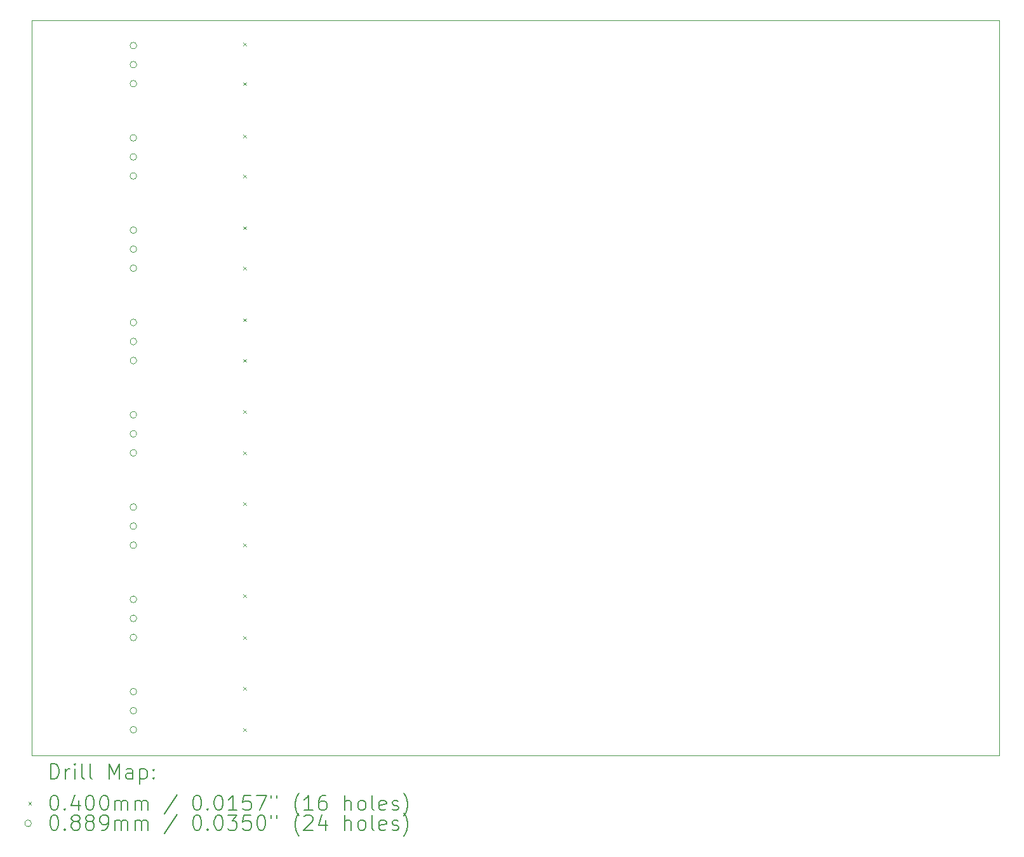
<source format=gbr>
%TF.GenerationSoftware,KiCad,Pcbnew,(6.0.8-1)-1*%
%TF.CreationDate,2022-10-04T15:12:44-04:00*%
%TF.ProjectId,Untitled,556e7469-746c-4656-942e-6b696361645f,rev?*%
%TF.SameCoordinates,Original*%
%TF.FileFunction,Drillmap*%
%TF.FilePolarity,Positive*%
%FSLAX45Y45*%
G04 Gerber Fmt 4.5, Leading zero omitted, Abs format (unit mm)*
G04 Created by KiCad (PCBNEW (6.0.8-1)-1) date 2022-10-04 15:12:44*
%MOMM*%
%LPD*%
G01*
G04 APERTURE LIST*
%ADD10C,0.100000*%
%ADD11C,0.200000*%
%ADD12C,0.040000*%
%ADD13C,0.088900*%
G04 APERTURE END LIST*
D10*
X4572000Y-3191000D02*
X17474000Y-3191000D01*
X17474000Y-3191000D02*
X17474000Y-12990000D01*
X17474000Y-12990000D02*
X4572000Y-12990000D01*
X4572000Y-12990000D02*
X4572000Y-3191000D01*
D11*
D12*
X7390000Y-3485000D02*
X7430000Y-3525000D01*
X7430000Y-3485000D02*
X7390000Y-3525000D01*
X7390000Y-4014751D02*
X7430000Y-4054751D01*
X7430000Y-4014751D02*
X7390000Y-4054751D01*
X7390000Y-4711667D02*
X7430000Y-4751667D01*
X7430000Y-4711667D02*
X7390000Y-4751667D01*
X7390000Y-5245465D02*
X7430000Y-5285465D01*
X7430000Y-5245465D02*
X7390000Y-5285465D01*
X7390000Y-5938333D02*
X7430000Y-5978333D01*
X7430000Y-5938333D02*
X7390000Y-5978333D01*
X7390000Y-6476179D02*
X7430000Y-6516179D01*
X7430000Y-6476179D02*
X7390000Y-6516179D01*
X7390000Y-7165000D02*
X7430000Y-7205000D01*
X7430000Y-7165000D02*
X7390000Y-7205000D01*
X7390000Y-7706893D02*
X7430000Y-7746893D01*
X7430000Y-7706893D02*
X7390000Y-7746893D01*
X7390000Y-8391666D02*
X7430000Y-8431666D01*
X7430000Y-8391666D02*
X7390000Y-8431666D01*
X7390000Y-8937607D02*
X7430000Y-8977607D01*
X7430000Y-8937607D02*
X7390000Y-8977607D01*
X7390000Y-9618333D02*
X7430000Y-9658333D01*
X7430000Y-9618333D02*
X7390000Y-9658333D01*
X7390000Y-10168322D02*
X7430000Y-10208322D01*
X7430000Y-10168322D02*
X7390000Y-10208322D01*
X7390000Y-10845000D02*
X7430000Y-10885000D01*
X7430000Y-10845000D02*
X7390000Y-10885000D01*
X7390000Y-11402000D02*
X7430000Y-11442000D01*
X7430000Y-11402000D02*
X7390000Y-11442000D01*
X7390000Y-12080000D02*
X7430000Y-12120000D01*
X7430000Y-12080000D02*
X7390000Y-12120000D01*
X7390000Y-12629750D02*
X7430000Y-12669750D01*
X7430000Y-12629750D02*
X7390000Y-12669750D01*
D13*
X5971460Y-3526751D02*
G75*
G03*
X5971460Y-3526751I-44450J0D01*
G01*
X5971460Y-3780751D02*
G75*
G03*
X5971460Y-3780751I-44450J0D01*
G01*
X5971460Y-4034751D02*
G75*
G03*
X5971460Y-4034751I-44450J0D01*
G01*
X5971460Y-4757465D02*
G75*
G03*
X5971460Y-4757465I-44450J0D01*
G01*
X5971460Y-5011465D02*
G75*
G03*
X5971460Y-5011465I-44450J0D01*
G01*
X5971460Y-5265465D02*
G75*
G03*
X5971460Y-5265465I-44450J0D01*
G01*
X5971460Y-5988179D02*
G75*
G03*
X5971460Y-5988179I-44450J0D01*
G01*
X5971460Y-6242179D02*
G75*
G03*
X5971460Y-6242179I-44450J0D01*
G01*
X5971460Y-6496179D02*
G75*
G03*
X5971460Y-6496179I-44450J0D01*
G01*
X5971460Y-7218893D02*
G75*
G03*
X5971460Y-7218893I-44450J0D01*
G01*
X5971460Y-7472893D02*
G75*
G03*
X5971460Y-7472893I-44450J0D01*
G01*
X5971460Y-7726893D02*
G75*
G03*
X5971460Y-7726893I-44450J0D01*
G01*
X5971460Y-8449607D02*
G75*
G03*
X5971460Y-8449607I-44450J0D01*
G01*
X5971460Y-8703607D02*
G75*
G03*
X5971460Y-8703607I-44450J0D01*
G01*
X5971460Y-8957607D02*
G75*
G03*
X5971460Y-8957607I-44450J0D01*
G01*
X5971460Y-9680322D02*
G75*
G03*
X5971460Y-9680322I-44450J0D01*
G01*
X5971460Y-9934322D02*
G75*
G03*
X5971460Y-9934322I-44450J0D01*
G01*
X5971460Y-10188322D02*
G75*
G03*
X5971460Y-10188322I-44450J0D01*
G01*
X5971460Y-10911036D02*
G75*
G03*
X5971460Y-10911036I-44450J0D01*
G01*
X5971460Y-11165036D02*
G75*
G03*
X5971460Y-11165036I-44450J0D01*
G01*
X5971460Y-11419036D02*
G75*
G03*
X5971460Y-11419036I-44450J0D01*
G01*
X5971460Y-12141750D02*
G75*
G03*
X5971460Y-12141750I-44450J0D01*
G01*
X5971460Y-12395750D02*
G75*
G03*
X5971460Y-12395750I-44450J0D01*
G01*
X5971460Y-12649750D02*
G75*
G03*
X5971460Y-12649750I-44450J0D01*
G01*
D11*
X4824619Y-13305476D02*
X4824619Y-13105476D01*
X4872238Y-13105476D01*
X4900810Y-13115000D01*
X4919857Y-13134048D01*
X4929381Y-13153095D01*
X4938905Y-13191190D01*
X4938905Y-13219762D01*
X4929381Y-13257857D01*
X4919857Y-13276905D01*
X4900810Y-13295952D01*
X4872238Y-13305476D01*
X4824619Y-13305476D01*
X5024619Y-13305476D02*
X5024619Y-13172143D01*
X5024619Y-13210238D02*
X5034143Y-13191190D01*
X5043667Y-13181667D01*
X5062714Y-13172143D01*
X5081762Y-13172143D01*
X5148429Y-13305476D02*
X5148429Y-13172143D01*
X5148429Y-13105476D02*
X5138905Y-13115000D01*
X5148429Y-13124524D01*
X5157952Y-13115000D01*
X5148429Y-13105476D01*
X5148429Y-13124524D01*
X5272238Y-13305476D02*
X5253190Y-13295952D01*
X5243667Y-13276905D01*
X5243667Y-13105476D01*
X5377000Y-13305476D02*
X5357952Y-13295952D01*
X5348429Y-13276905D01*
X5348429Y-13105476D01*
X5605571Y-13305476D02*
X5605571Y-13105476D01*
X5672238Y-13248333D01*
X5738905Y-13105476D01*
X5738905Y-13305476D01*
X5919857Y-13305476D02*
X5919857Y-13200714D01*
X5910333Y-13181667D01*
X5891286Y-13172143D01*
X5853190Y-13172143D01*
X5834143Y-13181667D01*
X5919857Y-13295952D02*
X5900809Y-13305476D01*
X5853190Y-13305476D01*
X5834143Y-13295952D01*
X5824619Y-13276905D01*
X5824619Y-13257857D01*
X5834143Y-13238809D01*
X5853190Y-13229286D01*
X5900809Y-13229286D01*
X5919857Y-13219762D01*
X6015095Y-13172143D02*
X6015095Y-13372143D01*
X6015095Y-13181667D02*
X6034143Y-13172143D01*
X6072238Y-13172143D01*
X6091286Y-13181667D01*
X6100809Y-13191190D01*
X6110333Y-13210238D01*
X6110333Y-13267381D01*
X6100809Y-13286428D01*
X6091286Y-13295952D01*
X6072238Y-13305476D01*
X6034143Y-13305476D01*
X6015095Y-13295952D01*
X6196048Y-13286428D02*
X6205571Y-13295952D01*
X6196048Y-13305476D01*
X6186524Y-13295952D01*
X6196048Y-13286428D01*
X6196048Y-13305476D01*
X6196048Y-13181667D02*
X6205571Y-13191190D01*
X6196048Y-13200714D01*
X6186524Y-13191190D01*
X6196048Y-13181667D01*
X6196048Y-13200714D01*
D12*
X4527000Y-13615000D02*
X4567000Y-13655000D01*
X4567000Y-13615000D02*
X4527000Y-13655000D01*
D11*
X4862714Y-13525476D02*
X4881762Y-13525476D01*
X4900810Y-13535000D01*
X4910333Y-13544524D01*
X4919857Y-13563571D01*
X4929381Y-13601667D01*
X4929381Y-13649286D01*
X4919857Y-13687381D01*
X4910333Y-13706428D01*
X4900810Y-13715952D01*
X4881762Y-13725476D01*
X4862714Y-13725476D01*
X4843667Y-13715952D01*
X4834143Y-13706428D01*
X4824619Y-13687381D01*
X4815095Y-13649286D01*
X4815095Y-13601667D01*
X4824619Y-13563571D01*
X4834143Y-13544524D01*
X4843667Y-13535000D01*
X4862714Y-13525476D01*
X5015095Y-13706428D02*
X5024619Y-13715952D01*
X5015095Y-13725476D01*
X5005571Y-13715952D01*
X5015095Y-13706428D01*
X5015095Y-13725476D01*
X5196048Y-13592143D02*
X5196048Y-13725476D01*
X5148429Y-13515952D02*
X5100810Y-13658809D01*
X5224619Y-13658809D01*
X5338905Y-13525476D02*
X5357952Y-13525476D01*
X5377000Y-13535000D01*
X5386524Y-13544524D01*
X5396048Y-13563571D01*
X5405571Y-13601667D01*
X5405571Y-13649286D01*
X5396048Y-13687381D01*
X5386524Y-13706428D01*
X5377000Y-13715952D01*
X5357952Y-13725476D01*
X5338905Y-13725476D01*
X5319857Y-13715952D01*
X5310333Y-13706428D01*
X5300810Y-13687381D01*
X5291286Y-13649286D01*
X5291286Y-13601667D01*
X5300810Y-13563571D01*
X5310333Y-13544524D01*
X5319857Y-13535000D01*
X5338905Y-13525476D01*
X5529381Y-13525476D02*
X5548429Y-13525476D01*
X5567476Y-13535000D01*
X5577000Y-13544524D01*
X5586524Y-13563571D01*
X5596048Y-13601667D01*
X5596048Y-13649286D01*
X5586524Y-13687381D01*
X5577000Y-13706428D01*
X5567476Y-13715952D01*
X5548429Y-13725476D01*
X5529381Y-13725476D01*
X5510333Y-13715952D01*
X5500810Y-13706428D01*
X5491286Y-13687381D01*
X5481762Y-13649286D01*
X5481762Y-13601667D01*
X5491286Y-13563571D01*
X5500810Y-13544524D01*
X5510333Y-13535000D01*
X5529381Y-13525476D01*
X5681762Y-13725476D02*
X5681762Y-13592143D01*
X5681762Y-13611190D02*
X5691286Y-13601667D01*
X5710333Y-13592143D01*
X5738905Y-13592143D01*
X5757952Y-13601667D01*
X5767476Y-13620714D01*
X5767476Y-13725476D01*
X5767476Y-13620714D02*
X5777000Y-13601667D01*
X5796048Y-13592143D01*
X5824619Y-13592143D01*
X5843667Y-13601667D01*
X5853190Y-13620714D01*
X5853190Y-13725476D01*
X5948428Y-13725476D02*
X5948428Y-13592143D01*
X5948428Y-13611190D02*
X5957952Y-13601667D01*
X5977000Y-13592143D01*
X6005571Y-13592143D01*
X6024619Y-13601667D01*
X6034143Y-13620714D01*
X6034143Y-13725476D01*
X6034143Y-13620714D02*
X6043667Y-13601667D01*
X6062714Y-13592143D01*
X6091286Y-13592143D01*
X6110333Y-13601667D01*
X6119857Y-13620714D01*
X6119857Y-13725476D01*
X6510333Y-13515952D02*
X6338905Y-13773095D01*
X6767476Y-13525476D02*
X6786524Y-13525476D01*
X6805571Y-13535000D01*
X6815095Y-13544524D01*
X6824619Y-13563571D01*
X6834143Y-13601667D01*
X6834143Y-13649286D01*
X6824619Y-13687381D01*
X6815095Y-13706428D01*
X6805571Y-13715952D01*
X6786524Y-13725476D01*
X6767476Y-13725476D01*
X6748428Y-13715952D01*
X6738905Y-13706428D01*
X6729381Y-13687381D01*
X6719857Y-13649286D01*
X6719857Y-13601667D01*
X6729381Y-13563571D01*
X6738905Y-13544524D01*
X6748428Y-13535000D01*
X6767476Y-13525476D01*
X6919857Y-13706428D02*
X6929381Y-13715952D01*
X6919857Y-13725476D01*
X6910333Y-13715952D01*
X6919857Y-13706428D01*
X6919857Y-13725476D01*
X7053190Y-13525476D02*
X7072238Y-13525476D01*
X7091286Y-13535000D01*
X7100809Y-13544524D01*
X7110333Y-13563571D01*
X7119857Y-13601667D01*
X7119857Y-13649286D01*
X7110333Y-13687381D01*
X7100809Y-13706428D01*
X7091286Y-13715952D01*
X7072238Y-13725476D01*
X7053190Y-13725476D01*
X7034143Y-13715952D01*
X7024619Y-13706428D01*
X7015095Y-13687381D01*
X7005571Y-13649286D01*
X7005571Y-13601667D01*
X7015095Y-13563571D01*
X7024619Y-13544524D01*
X7034143Y-13535000D01*
X7053190Y-13525476D01*
X7310333Y-13725476D02*
X7196048Y-13725476D01*
X7253190Y-13725476D02*
X7253190Y-13525476D01*
X7234143Y-13554048D01*
X7215095Y-13573095D01*
X7196048Y-13582619D01*
X7491286Y-13525476D02*
X7396048Y-13525476D01*
X7386524Y-13620714D01*
X7396048Y-13611190D01*
X7415095Y-13601667D01*
X7462714Y-13601667D01*
X7481762Y-13611190D01*
X7491286Y-13620714D01*
X7500809Y-13639762D01*
X7500809Y-13687381D01*
X7491286Y-13706428D01*
X7481762Y-13715952D01*
X7462714Y-13725476D01*
X7415095Y-13725476D01*
X7396048Y-13715952D01*
X7386524Y-13706428D01*
X7567476Y-13525476D02*
X7700809Y-13525476D01*
X7615095Y-13725476D01*
X7767476Y-13525476D02*
X7767476Y-13563571D01*
X7843667Y-13525476D02*
X7843667Y-13563571D01*
X8138905Y-13801667D02*
X8129381Y-13792143D01*
X8110333Y-13763571D01*
X8100809Y-13744524D01*
X8091286Y-13715952D01*
X8081762Y-13668333D01*
X8081762Y-13630238D01*
X8091286Y-13582619D01*
X8100809Y-13554048D01*
X8110333Y-13535000D01*
X8129381Y-13506428D01*
X8138905Y-13496905D01*
X8319857Y-13725476D02*
X8205571Y-13725476D01*
X8262714Y-13725476D02*
X8262714Y-13525476D01*
X8243667Y-13554048D01*
X8224619Y-13573095D01*
X8205571Y-13582619D01*
X8491286Y-13525476D02*
X8453190Y-13525476D01*
X8434143Y-13535000D01*
X8424619Y-13544524D01*
X8405571Y-13573095D01*
X8396048Y-13611190D01*
X8396048Y-13687381D01*
X8405571Y-13706428D01*
X8415095Y-13715952D01*
X8434143Y-13725476D01*
X8472238Y-13725476D01*
X8491286Y-13715952D01*
X8500810Y-13706428D01*
X8510333Y-13687381D01*
X8510333Y-13639762D01*
X8500810Y-13620714D01*
X8491286Y-13611190D01*
X8472238Y-13601667D01*
X8434143Y-13601667D01*
X8415095Y-13611190D01*
X8405571Y-13620714D01*
X8396048Y-13639762D01*
X8748429Y-13725476D02*
X8748429Y-13525476D01*
X8834143Y-13725476D02*
X8834143Y-13620714D01*
X8824619Y-13601667D01*
X8805571Y-13592143D01*
X8777000Y-13592143D01*
X8757952Y-13601667D01*
X8748429Y-13611190D01*
X8957952Y-13725476D02*
X8938905Y-13715952D01*
X8929381Y-13706428D01*
X8919857Y-13687381D01*
X8919857Y-13630238D01*
X8929381Y-13611190D01*
X8938905Y-13601667D01*
X8957952Y-13592143D01*
X8986524Y-13592143D01*
X9005571Y-13601667D01*
X9015095Y-13611190D01*
X9024619Y-13630238D01*
X9024619Y-13687381D01*
X9015095Y-13706428D01*
X9005571Y-13715952D01*
X8986524Y-13725476D01*
X8957952Y-13725476D01*
X9138905Y-13725476D02*
X9119857Y-13715952D01*
X9110333Y-13696905D01*
X9110333Y-13525476D01*
X9291286Y-13715952D02*
X9272238Y-13725476D01*
X9234143Y-13725476D01*
X9215095Y-13715952D01*
X9205571Y-13696905D01*
X9205571Y-13620714D01*
X9215095Y-13601667D01*
X9234143Y-13592143D01*
X9272238Y-13592143D01*
X9291286Y-13601667D01*
X9300810Y-13620714D01*
X9300810Y-13639762D01*
X9205571Y-13658809D01*
X9377000Y-13715952D02*
X9396048Y-13725476D01*
X9434143Y-13725476D01*
X9453190Y-13715952D01*
X9462714Y-13696905D01*
X9462714Y-13687381D01*
X9453190Y-13668333D01*
X9434143Y-13658809D01*
X9405571Y-13658809D01*
X9386524Y-13649286D01*
X9377000Y-13630238D01*
X9377000Y-13620714D01*
X9386524Y-13601667D01*
X9405571Y-13592143D01*
X9434143Y-13592143D01*
X9453190Y-13601667D01*
X9529381Y-13801667D02*
X9538905Y-13792143D01*
X9557952Y-13763571D01*
X9567476Y-13744524D01*
X9577000Y-13715952D01*
X9586524Y-13668333D01*
X9586524Y-13630238D01*
X9577000Y-13582619D01*
X9567476Y-13554048D01*
X9557952Y-13535000D01*
X9538905Y-13506428D01*
X9529381Y-13496905D01*
D13*
X4567000Y-13899000D02*
G75*
G03*
X4567000Y-13899000I-44450J0D01*
G01*
D11*
X4862714Y-13789476D02*
X4881762Y-13789476D01*
X4900810Y-13799000D01*
X4910333Y-13808524D01*
X4919857Y-13827571D01*
X4929381Y-13865667D01*
X4929381Y-13913286D01*
X4919857Y-13951381D01*
X4910333Y-13970428D01*
X4900810Y-13979952D01*
X4881762Y-13989476D01*
X4862714Y-13989476D01*
X4843667Y-13979952D01*
X4834143Y-13970428D01*
X4824619Y-13951381D01*
X4815095Y-13913286D01*
X4815095Y-13865667D01*
X4824619Y-13827571D01*
X4834143Y-13808524D01*
X4843667Y-13799000D01*
X4862714Y-13789476D01*
X5015095Y-13970428D02*
X5024619Y-13979952D01*
X5015095Y-13989476D01*
X5005571Y-13979952D01*
X5015095Y-13970428D01*
X5015095Y-13989476D01*
X5138905Y-13875190D02*
X5119857Y-13865667D01*
X5110333Y-13856143D01*
X5100810Y-13837095D01*
X5100810Y-13827571D01*
X5110333Y-13808524D01*
X5119857Y-13799000D01*
X5138905Y-13789476D01*
X5177000Y-13789476D01*
X5196048Y-13799000D01*
X5205571Y-13808524D01*
X5215095Y-13827571D01*
X5215095Y-13837095D01*
X5205571Y-13856143D01*
X5196048Y-13865667D01*
X5177000Y-13875190D01*
X5138905Y-13875190D01*
X5119857Y-13884714D01*
X5110333Y-13894238D01*
X5100810Y-13913286D01*
X5100810Y-13951381D01*
X5110333Y-13970428D01*
X5119857Y-13979952D01*
X5138905Y-13989476D01*
X5177000Y-13989476D01*
X5196048Y-13979952D01*
X5205571Y-13970428D01*
X5215095Y-13951381D01*
X5215095Y-13913286D01*
X5205571Y-13894238D01*
X5196048Y-13884714D01*
X5177000Y-13875190D01*
X5329381Y-13875190D02*
X5310333Y-13865667D01*
X5300810Y-13856143D01*
X5291286Y-13837095D01*
X5291286Y-13827571D01*
X5300810Y-13808524D01*
X5310333Y-13799000D01*
X5329381Y-13789476D01*
X5367476Y-13789476D01*
X5386524Y-13799000D01*
X5396048Y-13808524D01*
X5405571Y-13827571D01*
X5405571Y-13837095D01*
X5396048Y-13856143D01*
X5386524Y-13865667D01*
X5367476Y-13875190D01*
X5329381Y-13875190D01*
X5310333Y-13884714D01*
X5300810Y-13894238D01*
X5291286Y-13913286D01*
X5291286Y-13951381D01*
X5300810Y-13970428D01*
X5310333Y-13979952D01*
X5329381Y-13989476D01*
X5367476Y-13989476D01*
X5386524Y-13979952D01*
X5396048Y-13970428D01*
X5405571Y-13951381D01*
X5405571Y-13913286D01*
X5396048Y-13894238D01*
X5386524Y-13884714D01*
X5367476Y-13875190D01*
X5500810Y-13989476D02*
X5538905Y-13989476D01*
X5557952Y-13979952D01*
X5567476Y-13970428D01*
X5586524Y-13941857D01*
X5596048Y-13903762D01*
X5596048Y-13827571D01*
X5586524Y-13808524D01*
X5577000Y-13799000D01*
X5557952Y-13789476D01*
X5519857Y-13789476D01*
X5500810Y-13799000D01*
X5491286Y-13808524D01*
X5481762Y-13827571D01*
X5481762Y-13875190D01*
X5491286Y-13894238D01*
X5500810Y-13903762D01*
X5519857Y-13913286D01*
X5557952Y-13913286D01*
X5577000Y-13903762D01*
X5586524Y-13894238D01*
X5596048Y-13875190D01*
X5681762Y-13989476D02*
X5681762Y-13856143D01*
X5681762Y-13875190D02*
X5691286Y-13865667D01*
X5710333Y-13856143D01*
X5738905Y-13856143D01*
X5757952Y-13865667D01*
X5767476Y-13884714D01*
X5767476Y-13989476D01*
X5767476Y-13884714D02*
X5777000Y-13865667D01*
X5796048Y-13856143D01*
X5824619Y-13856143D01*
X5843667Y-13865667D01*
X5853190Y-13884714D01*
X5853190Y-13989476D01*
X5948428Y-13989476D02*
X5948428Y-13856143D01*
X5948428Y-13875190D02*
X5957952Y-13865667D01*
X5977000Y-13856143D01*
X6005571Y-13856143D01*
X6024619Y-13865667D01*
X6034143Y-13884714D01*
X6034143Y-13989476D01*
X6034143Y-13884714D02*
X6043667Y-13865667D01*
X6062714Y-13856143D01*
X6091286Y-13856143D01*
X6110333Y-13865667D01*
X6119857Y-13884714D01*
X6119857Y-13989476D01*
X6510333Y-13779952D02*
X6338905Y-14037095D01*
X6767476Y-13789476D02*
X6786524Y-13789476D01*
X6805571Y-13799000D01*
X6815095Y-13808524D01*
X6824619Y-13827571D01*
X6834143Y-13865667D01*
X6834143Y-13913286D01*
X6824619Y-13951381D01*
X6815095Y-13970428D01*
X6805571Y-13979952D01*
X6786524Y-13989476D01*
X6767476Y-13989476D01*
X6748428Y-13979952D01*
X6738905Y-13970428D01*
X6729381Y-13951381D01*
X6719857Y-13913286D01*
X6719857Y-13865667D01*
X6729381Y-13827571D01*
X6738905Y-13808524D01*
X6748428Y-13799000D01*
X6767476Y-13789476D01*
X6919857Y-13970428D02*
X6929381Y-13979952D01*
X6919857Y-13989476D01*
X6910333Y-13979952D01*
X6919857Y-13970428D01*
X6919857Y-13989476D01*
X7053190Y-13789476D02*
X7072238Y-13789476D01*
X7091286Y-13799000D01*
X7100809Y-13808524D01*
X7110333Y-13827571D01*
X7119857Y-13865667D01*
X7119857Y-13913286D01*
X7110333Y-13951381D01*
X7100809Y-13970428D01*
X7091286Y-13979952D01*
X7072238Y-13989476D01*
X7053190Y-13989476D01*
X7034143Y-13979952D01*
X7024619Y-13970428D01*
X7015095Y-13951381D01*
X7005571Y-13913286D01*
X7005571Y-13865667D01*
X7015095Y-13827571D01*
X7024619Y-13808524D01*
X7034143Y-13799000D01*
X7053190Y-13789476D01*
X7186524Y-13789476D02*
X7310333Y-13789476D01*
X7243667Y-13865667D01*
X7272238Y-13865667D01*
X7291286Y-13875190D01*
X7300809Y-13884714D01*
X7310333Y-13903762D01*
X7310333Y-13951381D01*
X7300809Y-13970428D01*
X7291286Y-13979952D01*
X7272238Y-13989476D01*
X7215095Y-13989476D01*
X7196048Y-13979952D01*
X7186524Y-13970428D01*
X7491286Y-13789476D02*
X7396048Y-13789476D01*
X7386524Y-13884714D01*
X7396048Y-13875190D01*
X7415095Y-13865667D01*
X7462714Y-13865667D01*
X7481762Y-13875190D01*
X7491286Y-13884714D01*
X7500809Y-13903762D01*
X7500809Y-13951381D01*
X7491286Y-13970428D01*
X7481762Y-13979952D01*
X7462714Y-13989476D01*
X7415095Y-13989476D01*
X7396048Y-13979952D01*
X7386524Y-13970428D01*
X7624619Y-13789476D02*
X7643667Y-13789476D01*
X7662714Y-13799000D01*
X7672238Y-13808524D01*
X7681762Y-13827571D01*
X7691286Y-13865667D01*
X7691286Y-13913286D01*
X7681762Y-13951381D01*
X7672238Y-13970428D01*
X7662714Y-13979952D01*
X7643667Y-13989476D01*
X7624619Y-13989476D01*
X7605571Y-13979952D01*
X7596048Y-13970428D01*
X7586524Y-13951381D01*
X7577000Y-13913286D01*
X7577000Y-13865667D01*
X7586524Y-13827571D01*
X7596048Y-13808524D01*
X7605571Y-13799000D01*
X7624619Y-13789476D01*
X7767476Y-13789476D02*
X7767476Y-13827571D01*
X7843667Y-13789476D02*
X7843667Y-13827571D01*
X8138905Y-14065667D02*
X8129381Y-14056143D01*
X8110333Y-14027571D01*
X8100809Y-14008524D01*
X8091286Y-13979952D01*
X8081762Y-13932333D01*
X8081762Y-13894238D01*
X8091286Y-13846619D01*
X8100809Y-13818048D01*
X8110333Y-13799000D01*
X8129381Y-13770428D01*
X8138905Y-13760905D01*
X8205571Y-13808524D02*
X8215095Y-13799000D01*
X8234143Y-13789476D01*
X8281762Y-13789476D01*
X8300809Y-13799000D01*
X8310333Y-13808524D01*
X8319857Y-13827571D01*
X8319857Y-13846619D01*
X8310333Y-13875190D01*
X8196048Y-13989476D01*
X8319857Y-13989476D01*
X8491286Y-13856143D02*
X8491286Y-13989476D01*
X8443667Y-13779952D02*
X8396048Y-13922809D01*
X8519857Y-13922809D01*
X8748429Y-13989476D02*
X8748429Y-13789476D01*
X8834143Y-13989476D02*
X8834143Y-13884714D01*
X8824619Y-13865667D01*
X8805571Y-13856143D01*
X8777000Y-13856143D01*
X8757952Y-13865667D01*
X8748429Y-13875190D01*
X8957952Y-13989476D02*
X8938905Y-13979952D01*
X8929381Y-13970428D01*
X8919857Y-13951381D01*
X8919857Y-13894238D01*
X8929381Y-13875190D01*
X8938905Y-13865667D01*
X8957952Y-13856143D01*
X8986524Y-13856143D01*
X9005571Y-13865667D01*
X9015095Y-13875190D01*
X9024619Y-13894238D01*
X9024619Y-13951381D01*
X9015095Y-13970428D01*
X9005571Y-13979952D01*
X8986524Y-13989476D01*
X8957952Y-13989476D01*
X9138905Y-13989476D02*
X9119857Y-13979952D01*
X9110333Y-13960905D01*
X9110333Y-13789476D01*
X9291286Y-13979952D02*
X9272238Y-13989476D01*
X9234143Y-13989476D01*
X9215095Y-13979952D01*
X9205571Y-13960905D01*
X9205571Y-13884714D01*
X9215095Y-13865667D01*
X9234143Y-13856143D01*
X9272238Y-13856143D01*
X9291286Y-13865667D01*
X9300810Y-13884714D01*
X9300810Y-13903762D01*
X9205571Y-13922809D01*
X9377000Y-13979952D02*
X9396048Y-13989476D01*
X9434143Y-13989476D01*
X9453190Y-13979952D01*
X9462714Y-13960905D01*
X9462714Y-13951381D01*
X9453190Y-13932333D01*
X9434143Y-13922809D01*
X9405571Y-13922809D01*
X9386524Y-13913286D01*
X9377000Y-13894238D01*
X9377000Y-13884714D01*
X9386524Y-13865667D01*
X9405571Y-13856143D01*
X9434143Y-13856143D01*
X9453190Y-13865667D01*
X9529381Y-14065667D02*
X9538905Y-14056143D01*
X9557952Y-14027571D01*
X9567476Y-14008524D01*
X9577000Y-13979952D01*
X9586524Y-13932333D01*
X9586524Y-13894238D01*
X9577000Y-13846619D01*
X9567476Y-13818048D01*
X9557952Y-13799000D01*
X9538905Y-13770428D01*
X9529381Y-13760905D01*
M02*

</source>
